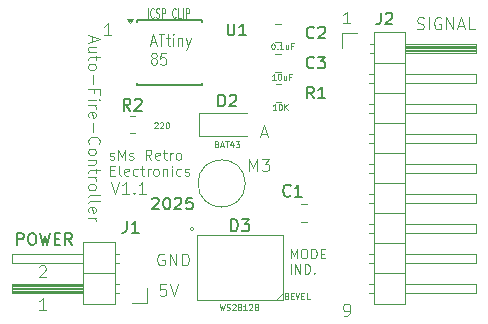
<source format=gbr>
%TF.GenerationSoftware,KiCad,Pcbnew,8.0.7*%
%TF.CreationDate,2025-01-21T12:25:00-05:00*%
%TF.ProjectId,TinyAFireController,54696e79-4146-4697-9265-436f6e74726f,rev?*%
%TF.SameCoordinates,Original*%
%TF.FileFunction,Legend,Top*%
%TF.FilePolarity,Positive*%
%FSLAX46Y46*%
G04 Gerber Fmt 4.6, Leading zero omitted, Abs format (unit mm)*
G04 Created by KiCad (PCBNEW 8.0.7) date 2025-01-21 12:25:00*
%MOMM*%
%LPD*%
G01*
G04 APERTURE LIST*
%ADD10C,0.100000*%
%ADD11C,0.200000*%
%ADD12C,0.150000*%
%ADD13C,0.120000*%
G04 APERTURE END LIST*
D10*
X142930000Y-109320000D02*
X142930000Y-114820000D01*
X150230000Y-109320000D02*
X150230000Y-113670000D01*
X142719706Y-108830000D02*
G75*
G02*
X142380294Y-108830000I-169706J0D01*
G01*
X142380294Y-108830000D02*
G75*
G02*
X142719706Y-108830000I169706J0D01*
G01*
X150210000Y-114245000D02*
X149650000Y-114835000D01*
X147040000Y-104985000D02*
G75*
G02*
X143040000Y-104985000I-2000000J0D01*
G01*
X143040000Y-104985000D02*
G75*
G02*
X147040000Y-104985000I2000000J0D01*
G01*
X135671027Y-104872419D02*
X136004360Y-105872419D01*
X136004360Y-105872419D02*
X136337693Y-104872419D01*
X137194836Y-105872419D02*
X136623408Y-105872419D01*
X136909122Y-105872419D02*
X136909122Y-104872419D01*
X136909122Y-104872419D02*
X136813884Y-105015276D01*
X136813884Y-105015276D02*
X136718646Y-105110514D01*
X136718646Y-105110514D02*
X136623408Y-105158133D01*
X137623408Y-105777180D02*
X137671027Y-105824800D01*
X137671027Y-105824800D02*
X137623408Y-105872419D01*
X137623408Y-105872419D02*
X137575789Y-105824800D01*
X137575789Y-105824800D02*
X137623408Y-105777180D01*
X137623408Y-105777180D02*
X137623408Y-105872419D01*
X138623407Y-105872419D02*
X138051979Y-105872419D01*
X138337693Y-105872419D02*
X138337693Y-104872419D01*
X138337693Y-104872419D02*
X138242455Y-105015276D01*
X138242455Y-105015276D02*
X138147217Y-105110514D01*
X138147217Y-105110514D02*
X138051979Y-105158133D01*
X149666741Y-98763609D02*
X149381027Y-98763609D01*
X149523884Y-98763609D02*
X149523884Y-98263609D01*
X149523884Y-98263609D02*
X149476265Y-98335038D01*
X149476265Y-98335038D02*
X149428646Y-98382657D01*
X149428646Y-98382657D02*
X149381027Y-98406466D01*
X149976264Y-98263609D02*
X150023883Y-98263609D01*
X150023883Y-98263609D02*
X150071502Y-98287419D01*
X150071502Y-98287419D02*
X150095312Y-98311228D01*
X150095312Y-98311228D02*
X150119121Y-98358847D01*
X150119121Y-98358847D02*
X150142931Y-98454085D01*
X150142931Y-98454085D02*
X150142931Y-98573133D01*
X150142931Y-98573133D02*
X150119121Y-98668371D01*
X150119121Y-98668371D02*
X150095312Y-98715990D01*
X150095312Y-98715990D02*
X150071502Y-98739800D01*
X150071502Y-98739800D02*
X150023883Y-98763609D01*
X150023883Y-98763609D02*
X149976264Y-98763609D01*
X149976264Y-98763609D02*
X149928645Y-98739800D01*
X149928645Y-98739800D02*
X149904836Y-98715990D01*
X149904836Y-98715990D02*
X149881026Y-98668371D01*
X149881026Y-98668371D02*
X149857217Y-98573133D01*
X149857217Y-98573133D02*
X149857217Y-98454085D01*
X149857217Y-98454085D02*
X149881026Y-98358847D01*
X149881026Y-98358847D02*
X149904836Y-98311228D01*
X149904836Y-98311228D02*
X149928645Y-98287419D01*
X149928645Y-98287419D02*
X149976264Y-98263609D01*
X150357216Y-98763609D02*
X150357216Y-98263609D01*
X150642930Y-98763609D02*
X150428645Y-98477895D01*
X150642930Y-98263609D02*
X150357216Y-98549323D01*
D11*
X139162054Y-106272457D02*
X139209673Y-106224838D01*
X139209673Y-106224838D02*
X139304911Y-106177219D01*
X139304911Y-106177219D02*
X139543006Y-106177219D01*
X139543006Y-106177219D02*
X139638244Y-106224838D01*
X139638244Y-106224838D02*
X139685863Y-106272457D01*
X139685863Y-106272457D02*
X139733482Y-106367695D01*
X139733482Y-106367695D02*
X139733482Y-106462933D01*
X139733482Y-106462933D02*
X139685863Y-106605790D01*
X139685863Y-106605790D02*
X139114435Y-107177219D01*
X139114435Y-107177219D02*
X139733482Y-107177219D01*
X140352530Y-106177219D02*
X140447768Y-106177219D01*
X140447768Y-106177219D02*
X140543006Y-106224838D01*
X140543006Y-106224838D02*
X140590625Y-106272457D01*
X140590625Y-106272457D02*
X140638244Y-106367695D01*
X140638244Y-106367695D02*
X140685863Y-106558171D01*
X140685863Y-106558171D02*
X140685863Y-106796266D01*
X140685863Y-106796266D02*
X140638244Y-106986742D01*
X140638244Y-106986742D02*
X140590625Y-107081980D01*
X140590625Y-107081980D02*
X140543006Y-107129600D01*
X140543006Y-107129600D02*
X140447768Y-107177219D01*
X140447768Y-107177219D02*
X140352530Y-107177219D01*
X140352530Y-107177219D02*
X140257292Y-107129600D01*
X140257292Y-107129600D02*
X140209673Y-107081980D01*
X140209673Y-107081980D02*
X140162054Y-106986742D01*
X140162054Y-106986742D02*
X140114435Y-106796266D01*
X140114435Y-106796266D02*
X140114435Y-106558171D01*
X140114435Y-106558171D02*
X140162054Y-106367695D01*
X140162054Y-106367695D02*
X140209673Y-106272457D01*
X140209673Y-106272457D02*
X140257292Y-106224838D01*
X140257292Y-106224838D02*
X140352530Y-106177219D01*
X141066816Y-106272457D02*
X141114435Y-106224838D01*
X141114435Y-106224838D02*
X141209673Y-106177219D01*
X141209673Y-106177219D02*
X141447768Y-106177219D01*
X141447768Y-106177219D02*
X141543006Y-106224838D01*
X141543006Y-106224838D02*
X141590625Y-106272457D01*
X141590625Y-106272457D02*
X141638244Y-106367695D01*
X141638244Y-106367695D02*
X141638244Y-106462933D01*
X141638244Y-106462933D02*
X141590625Y-106605790D01*
X141590625Y-106605790D02*
X141019197Y-107177219D01*
X141019197Y-107177219D02*
X141638244Y-107177219D01*
X142543006Y-106177219D02*
X142066816Y-106177219D01*
X142066816Y-106177219D02*
X142019197Y-106653409D01*
X142019197Y-106653409D02*
X142066816Y-106605790D01*
X142066816Y-106605790D02*
X142162054Y-106558171D01*
X142162054Y-106558171D02*
X142400149Y-106558171D01*
X142400149Y-106558171D02*
X142495387Y-106605790D01*
X142495387Y-106605790D02*
X142543006Y-106653409D01*
X142543006Y-106653409D02*
X142590625Y-106748647D01*
X142590625Y-106748647D02*
X142590625Y-106986742D01*
X142590625Y-106986742D02*
X142543006Y-107081980D01*
X142543006Y-107081980D02*
X142495387Y-107129600D01*
X142495387Y-107129600D02*
X142400149Y-107177219D01*
X142400149Y-107177219D02*
X142162054Y-107177219D01*
X142162054Y-107177219D02*
X142066816Y-107129600D01*
X142066816Y-107129600D02*
X142019197Y-107081980D01*
D10*
X140167693Y-110980038D02*
X140072455Y-110932419D01*
X140072455Y-110932419D02*
X139929598Y-110932419D01*
X139929598Y-110932419D02*
X139786741Y-110980038D01*
X139786741Y-110980038D02*
X139691503Y-111075276D01*
X139691503Y-111075276D02*
X139643884Y-111170514D01*
X139643884Y-111170514D02*
X139596265Y-111360990D01*
X139596265Y-111360990D02*
X139596265Y-111503847D01*
X139596265Y-111503847D02*
X139643884Y-111694323D01*
X139643884Y-111694323D02*
X139691503Y-111789561D01*
X139691503Y-111789561D02*
X139786741Y-111884800D01*
X139786741Y-111884800D02*
X139929598Y-111932419D01*
X139929598Y-111932419D02*
X140024836Y-111932419D01*
X140024836Y-111932419D02*
X140167693Y-111884800D01*
X140167693Y-111884800D02*
X140215312Y-111837180D01*
X140215312Y-111837180D02*
X140215312Y-111503847D01*
X140215312Y-111503847D02*
X140024836Y-111503847D01*
X140643884Y-111932419D02*
X140643884Y-110932419D01*
X140643884Y-110932419D02*
X141215312Y-111932419D01*
X141215312Y-111932419D02*
X141215312Y-110932419D01*
X141691503Y-111932419D02*
X141691503Y-110932419D01*
X141691503Y-110932419D02*
X141929598Y-110932419D01*
X141929598Y-110932419D02*
X142072455Y-110980038D01*
X142072455Y-110980038D02*
X142167693Y-111075276D01*
X142167693Y-111075276D02*
X142215312Y-111170514D01*
X142215312Y-111170514D02*
X142262931Y-111360990D01*
X142262931Y-111360990D02*
X142262931Y-111503847D01*
X142262931Y-111503847D02*
X142215312Y-111694323D01*
X142215312Y-111694323D02*
X142167693Y-111789561D01*
X142167693Y-111789561D02*
X142072455Y-111884800D01*
X142072455Y-111884800D02*
X141929598Y-111932419D01*
X141929598Y-111932419D02*
X141691503Y-111932419D01*
X138774836Y-90956895D02*
X138774836Y-90156895D01*
X139298645Y-90880704D02*
X139274836Y-90918800D01*
X139274836Y-90918800D02*
X139203407Y-90956895D01*
X139203407Y-90956895D02*
X139155788Y-90956895D01*
X139155788Y-90956895D02*
X139084360Y-90918800D01*
X139084360Y-90918800D02*
X139036741Y-90842609D01*
X139036741Y-90842609D02*
X139012931Y-90766419D01*
X139012931Y-90766419D02*
X138989122Y-90614038D01*
X138989122Y-90614038D02*
X138989122Y-90499752D01*
X138989122Y-90499752D02*
X139012931Y-90347371D01*
X139012931Y-90347371D02*
X139036741Y-90271180D01*
X139036741Y-90271180D02*
X139084360Y-90194990D01*
X139084360Y-90194990D02*
X139155788Y-90156895D01*
X139155788Y-90156895D02*
X139203407Y-90156895D01*
X139203407Y-90156895D02*
X139274836Y-90194990D01*
X139274836Y-90194990D02*
X139298645Y-90233085D01*
X139489122Y-90918800D02*
X139560550Y-90956895D01*
X139560550Y-90956895D02*
X139679598Y-90956895D01*
X139679598Y-90956895D02*
X139727217Y-90918800D01*
X139727217Y-90918800D02*
X139751026Y-90880704D01*
X139751026Y-90880704D02*
X139774836Y-90804514D01*
X139774836Y-90804514D02*
X139774836Y-90728323D01*
X139774836Y-90728323D02*
X139751026Y-90652133D01*
X139751026Y-90652133D02*
X139727217Y-90614038D01*
X139727217Y-90614038D02*
X139679598Y-90575942D01*
X139679598Y-90575942D02*
X139584360Y-90537847D01*
X139584360Y-90537847D02*
X139536741Y-90499752D01*
X139536741Y-90499752D02*
X139512931Y-90461657D01*
X139512931Y-90461657D02*
X139489122Y-90385466D01*
X139489122Y-90385466D02*
X139489122Y-90309276D01*
X139489122Y-90309276D02*
X139512931Y-90233085D01*
X139512931Y-90233085D02*
X139536741Y-90194990D01*
X139536741Y-90194990D02*
X139584360Y-90156895D01*
X139584360Y-90156895D02*
X139703407Y-90156895D01*
X139703407Y-90156895D02*
X139774836Y-90194990D01*
X139989121Y-90956895D02*
X139989121Y-90156895D01*
X139989121Y-90156895D02*
X140179597Y-90156895D01*
X140179597Y-90156895D02*
X140227216Y-90194990D01*
X140227216Y-90194990D02*
X140251026Y-90233085D01*
X140251026Y-90233085D02*
X140274835Y-90309276D01*
X140274835Y-90309276D02*
X140274835Y-90423561D01*
X140274835Y-90423561D02*
X140251026Y-90499752D01*
X140251026Y-90499752D02*
X140227216Y-90537847D01*
X140227216Y-90537847D02*
X140179597Y-90575942D01*
X140179597Y-90575942D02*
X139989121Y-90575942D01*
X141155787Y-90880704D02*
X141131978Y-90918800D01*
X141131978Y-90918800D02*
X141060549Y-90956895D01*
X141060549Y-90956895D02*
X141012930Y-90956895D01*
X141012930Y-90956895D02*
X140941502Y-90918800D01*
X140941502Y-90918800D02*
X140893883Y-90842609D01*
X140893883Y-90842609D02*
X140870073Y-90766419D01*
X140870073Y-90766419D02*
X140846264Y-90614038D01*
X140846264Y-90614038D02*
X140846264Y-90499752D01*
X140846264Y-90499752D02*
X140870073Y-90347371D01*
X140870073Y-90347371D02*
X140893883Y-90271180D01*
X140893883Y-90271180D02*
X140941502Y-90194990D01*
X140941502Y-90194990D02*
X141012930Y-90156895D01*
X141012930Y-90156895D02*
X141060549Y-90156895D01*
X141060549Y-90156895D02*
X141131978Y-90194990D01*
X141131978Y-90194990D02*
X141155787Y-90233085D01*
X141608168Y-90956895D02*
X141370073Y-90956895D01*
X141370073Y-90956895D02*
X141370073Y-90156895D01*
X141774835Y-90956895D02*
X141774835Y-90156895D01*
X142012930Y-90956895D02*
X142012930Y-90156895D01*
X142012930Y-90156895D02*
X142203406Y-90156895D01*
X142203406Y-90156895D02*
X142251025Y-90194990D01*
X142251025Y-90194990D02*
X142274835Y-90233085D01*
X142274835Y-90233085D02*
X142298644Y-90309276D01*
X142298644Y-90309276D02*
X142298644Y-90423561D01*
X142298644Y-90423561D02*
X142274835Y-90499752D01*
X142274835Y-90499752D02*
X142251025Y-90537847D01*
X142251025Y-90537847D02*
X142203406Y-90575942D01*
X142203406Y-90575942D02*
X142012930Y-90575942D01*
X148356265Y-100786704D02*
X148832455Y-100786704D01*
X148261027Y-101072419D02*
X148594360Y-100072419D01*
X148594360Y-100072419D02*
X148927693Y-101072419D01*
X155917693Y-91432419D02*
X155346265Y-91432419D01*
X155631979Y-91432419D02*
X155631979Y-90432419D01*
X155631979Y-90432419D02*
X155536741Y-90575276D01*
X155536741Y-90575276D02*
X155441503Y-90670514D01*
X155441503Y-90670514D02*
X155346265Y-90718133D01*
X140320074Y-113512419D02*
X139843884Y-113512419D01*
X139843884Y-113512419D02*
X139796265Y-113988609D01*
X139796265Y-113988609D02*
X139843884Y-113940990D01*
X139843884Y-113940990D02*
X139939122Y-113893371D01*
X139939122Y-113893371D02*
X140177217Y-113893371D01*
X140177217Y-113893371D02*
X140272455Y-113940990D01*
X140272455Y-113940990D02*
X140320074Y-113988609D01*
X140320074Y-113988609D02*
X140367693Y-114083847D01*
X140367693Y-114083847D02*
X140367693Y-114321942D01*
X140367693Y-114321942D02*
X140320074Y-114417180D01*
X140320074Y-114417180D02*
X140272455Y-114464800D01*
X140272455Y-114464800D02*
X140177217Y-114512419D01*
X140177217Y-114512419D02*
X139939122Y-114512419D01*
X139939122Y-114512419D02*
X139843884Y-114464800D01*
X139843884Y-114464800D02*
X139796265Y-114417180D01*
X140653408Y-113512419D02*
X140986741Y-114512419D01*
X140986741Y-114512419D02*
X141320074Y-113512419D01*
X144867217Y-115203609D02*
X144986265Y-115703609D01*
X144986265Y-115703609D02*
X145081503Y-115346466D01*
X145081503Y-115346466D02*
X145176741Y-115703609D01*
X145176741Y-115703609D02*
X145295789Y-115203609D01*
X145462456Y-115679800D02*
X145533884Y-115703609D01*
X145533884Y-115703609D02*
X145652932Y-115703609D01*
X145652932Y-115703609D02*
X145700551Y-115679800D01*
X145700551Y-115679800D02*
X145724360Y-115655990D01*
X145724360Y-115655990D02*
X145748170Y-115608371D01*
X145748170Y-115608371D02*
X145748170Y-115560752D01*
X145748170Y-115560752D02*
X145724360Y-115513133D01*
X145724360Y-115513133D02*
X145700551Y-115489323D01*
X145700551Y-115489323D02*
X145652932Y-115465514D01*
X145652932Y-115465514D02*
X145557694Y-115441704D01*
X145557694Y-115441704D02*
X145510075Y-115417895D01*
X145510075Y-115417895D02*
X145486265Y-115394085D01*
X145486265Y-115394085D02*
X145462456Y-115346466D01*
X145462456Y-115346466D02*
X145462456Y-115298847D01*
X145462456Y-115298847D02*
X145486265Y-115251228D01*
X145486265Y-115251228D02*
X145510075Y-115227419D01*
X145510075Y-115227419D02*
X145557694Y-115203609D01*
X145557694Y-115203609D02*
X145676741Y-115203609D01*
X145676741Y-115203609D02*
X145748170Y-115227419D01*
X145938646Y-115251228D02*
X145962455Y-115227419D01*
X145962455Y-115227419D02*
X146010074Y-115203609D01*
X146010074Y-115203609D02*
X146129122Y-115203609D01*
X146129122Y-115203609D02*
X146176741Y-115227419D01*
X146176741Y-115227419D02*
X146200550Y-115251228D01*
X146200550Y-115251228D02*
X146224360Y-115298847D01*
X146224360Y-115298847D02*
X146224360Y-115346466D01*
X146224360Y-115346466D02*
X146200550Y-115417895D01*
X146200550Y-115417895D02*
X145914836Y-115703609D01*
X145914836Y-115703609D02*
X146224360Y-115703609D01*
X146510074Y-115417895D02*
X146462455Y-115394085D01*
X146462455Y-115394085D02*
X146438645Y-115370276D01*
X146438645Y-115370276D02*
X146414836Y-115322657D01*
X146414836Y-115322657D02*
X146414836Y-115298847D01*
X146414836Y-115298847D02*
X146438645Y-115251228D01*
X146438645Y-115251228D02*
X146462455Y-115227419D01*
X146462455Y-115227419D02*
X146510074Y-115203609D01*
X146510074Y-115203609D02*
X146605312Y-115203609D01*
X146605312Y-115203609D02*
X146652931Y-115227419D01*
X146652931Y-115227419D02*
X146676740Y-115251228D01*
X146676740Y-115251228D02*
X146700550Y-115298847D01*
X146700550Y-115298847D02*
X146700550Y-115322657D01*
X146700550Y-115322657D02*
X146676740Y-115370276D01*
X146676740Y-115370276D02*
X146652931Y-115394085D01*
X146652931Y-115394085D02*
X146605312Y-115417895D01*
X146605312Y-115417895D02*
X146510074Y-115417895D01*
X146510074Y-115417895D02*
X146462455Y-115441704D01*
X146462455Y-115441704D02*
X146438645Y-115465514D01*
X146438645Y-115465514D02*
X146414836Y-115513133D01*
X146414836Y-115513133D02*
X146414836Y-115608371D01*
X146414836Y-115608371D02*
X146438645Y-115655990D01*
X146438645Y-115655990D02*
X146462455Y-115679800D01*
X146462455Y-115679800D02*
X146510074Y-115703609D01*
X146510074Y-115703609D02*
X146605312Y-115703609D01*
X146605312Y-115703609D02*
X146652931Y-115679800D01*
X146652931Y-115679800D02*
X146676740Y-115655990D01*
X146676740Y-115655990D02*
X146700550Y-115608371D01*
X146700550Y-115608371D02*
X146700550Y-115513133D01*
X146700550Y-115513133D02*
X146676740Y-115465514D01*
X146676740Y-115465514D02*
X146652931Y-115441704D01*
X146652931Y-115441704D02*
X146605312Y-115417895D01*
X147176740Y-115703609D02*
X146891026Y-115703609D01*
X147033883Y-115703609D02*
X147033883Y-115203609D01*
X147033883Y-115203609D02*
X146986264Y-115275038D01*
X146986264Y-115275038D02*
X146938645Y-115322657D01*
X146938645Y-115322657D02*
X146891026Y-115346466D01*
X147367216Y-115251228D02*
X147391025Y-115227419D01*
X147391025Y-115227419D02*
X147438644Y-115203609D01*
X147438644Y-115203609D02*
X147557692Y-115203609D01*
X147557692Y-115203609D02*
X147605311Y-115227419D01*
X147605311Y-115227419D02*
X147629120Y-115251228D01*
X147629120Y-115251228D02*
X147652930Y-115298847D01*
X147652930Y-115298847D02*
X147652930Y-115346466D01*
X147652930Y-115346466D02*
X147629120Y-115417895D01*
X147629120Y-115417895D02*
X147343406Y-115703609D01*
X147343406Y-115703609D02*
X147652930Y-115703609D01*
X148033882Y-115441704D02*
X148105310Y-115465514D01*
X148105310Y-115465514D02*
X148129120Y-115489323D01*
X148129120Y-115489323D02*
X148152929Y-115536942D01*
X148152929Y-115536942D02*
X148152929Y-115608371D01*
X148152929Y-115608371D02*
X148129120Y-115655990D01*
X148129120Y-115655990D02*
X148105310Y-115679800D01*
X148105310Y-115679800D02*
X148057691Y-115703609D01*
X148057691Y-115703609D02*
X147867215Y-115703609D01*
X147867215Y-115703609D02*
X147867215Y-115203609D01*
X147867215Y-115203609D02*
X148033882Y-115203609D01*
X148033882Y-115203609D02*
X148081501Y-115227419D01*
X148081501Y-115227419D02*
X148105310Y-115251228D01*
X148105310Y-115251228D02*
X148129120Y-115298847D01*
X148129120Y-115298847D02*
X148129120Y-115346466D01*
X148129120Y-115346466D02*
X148105310Y-115394085D01*
X148105310Y-115394085D02*
X148081501Y-115417895D01*
X148081501Y-115417895D02*
X148033882Y-115441704D01*
X148033882Y-115441704D02*
X147867215Y-115441704D01*
X147393884Y-103932419D02*
X147393884Y-102932419D01*
X147393884Y-102932419D02*
X147727217Y-103646704D01*
X147727217Y-103646704D02*
X148060550Y-102932419D01*
X148060550Y-102932419D02*
X148060550Y-103932419D01*
X148441503Y-102932419D02*
X149060550Y-102932419D01*
X149060550Y-102932419D02*
X148727217Y-103313371D01*
X148727217Y-103313371D02*
X148870074Y-103313371D01*
X148870074Y-103313371D02*
X148965312Y-103360990D01*
X148965312Y-103360990D02*
X149012931Y-103408609D01*
X149012931Y-103408609D02*
X149060550Y-103503847D01*
X149060550Y-103503847D02*
X149060550Y-103741942D01*
X149060550Y-103741942D02*
X149012931Y-103837180D01*
X149012931Y-103837180D02*
X148965312Y-103884800D01*
X148965312Y-103884800D02*
X148870074Y-103932419D01*
X148870074Y-103932419D02*
X148584360Y-103932419D01*
X148584360Y-103932419D02*
X148489122Y-103884800D01*
X148489122Y-103884800D02*
X148441503Y-103837180D01*
X149370074Y-93123609D02*
X149417693Y-93123609D01*
X149417693Y-93123609D02*
X149465312Y-93147419D01*
X149465312Y-93147419D02*
X149489122Y-93171228D01*
X149489122Y-93171228D02*
X149512931Y-93218847D01*
X149512931Y-93218847D02*
X149536741Y-93314085D01*
X149536741Y-93314085D02*
X149536741Y-93433133D01*
X149536741Y-93433133D02*
X149512931Y-93528371D01*
X149512931Y-93528371D02*
X149489122Y-93575990D01*
X149489122Y-93575990D02*
X149465312Y-93599800D01*
X149465312Y-93599800D02*
X149417693Y-93623609D01*
X149417693Y-93623609D02*
X149370074Y-93623609D01*
X149370074Y-93623609D02*
X149322455Y-93599800D01*
X149322455Y-93599800D02*
X149298646Y-93575990D01*
X149298646Y-93575990D02*
X149274836Y-93528371D01*
X149274836Y-93528371D02*
X149251027Y-93433133D01*
X149251027Y-93433133D02*
X149251027Y-93314085D01*
X149251027Y-93314085D02*
X149274836Y-93218847D01*
X149274836Y-93218847D02*
X149298646Y-93171228D01*
X149298646Y-93171228D02*
X149322455Y-93147419D01*
X149322455Y-93147419D02*
X149370074Y-93123609D01*
X149751026Y-93575990D02*
X149774836Y-93599800D01*
X149774836Y-93599800D02*
X149751026Y-93623609D01*
X149751026Y-93623609D02*
X149727217Y-93599800D01*
X149727217Y-93599800D02*
X149751026Y-93575990D01*
X149751026Y-93575990D02*
X149751026Y-93623609D01*
X150251026Y-93623609D02*
X149965312Y-93623609D01*
X150108169Y-93623609D02*
X150108169Y-93123609D01*
X150108169Y-93123609D02*
X150060550Y-93195038D01*
X150060550Y-93195038D02*
X150012931Y-93242657D01*
X150012931Y-93242657D02*
X149965312Y-93266466D01*
X150679597Y-93290276D02*
X150679597Y-93623609D01*
X150465311Y-93290276D02*
X150465311Y-93552180D01*
X150465311Y-93552180D02*
X150489121Y-93599800D01*
X150489121Y-93599800D02*
X150536740Y-93623609D01*
X150536740Y-93623609D02*
X150608168Y-93623609D01*
X150608168Y-93623609D02*
X150655787Y-93599800D01*
X150655787Y-93599800D02*
X150679597Y-93575990D01*
X151084359Y-93361704D02*
X150917692Y-93361704D01*
X150917692Y-93623609D02*
X150917692Y-93123609D01*
X150917692Y-93123609D02*
X151155787Y-93123609D01*
X150876265Y-111338940D02*
X150876265Y-110538940D01*
X150876265Y-110538940D02*
X151142931Y-111110368D01*
X151142931Y-111110368D02*
X151409598Y-110538940D01*
X151409598Y-110538940D02*
X151409598Y-111338940D01*
X151942932Y-110538940D02*
X152095313Y-110538940D01*
X152095313Y-110538940D02*
X152171503Y-110577035D01*
X152171503Y-110577035D02*
X152247694Y-110653225D01*
X152247694Y-110653225D02*
X152285789Y-110805606D01*
X152285789Y-110805606D02*
X152285789Y-111072273D01*
X152285789Y-111072273D02*
X152247694Y-111224654D01*
X152247694Y-111224654D02*
X152171503Y-111300845D01*
X152171503Y-111300845D02*
X152095313Y-111338940D01*
X152095313Y-111338940D02*
X151942932Y-111338940D01*
X151942932Y-111338940D02*
X151866741Y-111300845D01*
X151866741Y-111300845D02*
X151790551Y-111224654D01*
X151790551Y-111224654D02*
X151752455Y-111072273D01*
X151752455Y-111072273D02*
X151752455Y-110805606D01*
X151752455Y-110805606D02*
X151790551Y-110653225D01*
X151790551Y-110653225D02*
X151866741Y-110577035D01*
X151866741Y-110577035D02*
X151942932Y-110538940D01*
X152628646Y-111338940D02*
X152628646Y-110538940D01*
X152628646Y-110538940D02*
X152819122Y-110538940D01*
X152819122Y-110538940D02*
X152933408Y-110577035D01*
X152933408Y-110577035D02*
X153009598Y-110653225D01*
X153009598Y-110653225D02*
X153047693Y-110729416D01*
X153047693Y-110729416D02*
X153085789Y-110881797D01*
X153085789Y-110881797D02*
X153085789Y-110996083D01*
X153085789Y-110996083D02*
X153047693Y-111148464D01*
X153047693Y-111148464D02*
X153009598Y-111224654D01*
X153009598Y-111224654D02*
X152933408Y-111300845D01*
X152933408Y-111300845D02*
X152819122Y-111338940D01*
X152819122Y-111338940D02*
X152628646Y-111338940D01*
X153428646Y-110919892D02*
X153695312Y-110919892D01*
X153809598Y-111338940D02*
X153428646Y-111338940D01*
X153428646Y-111338940D02*
X153428646Y-110538940D01*
X153428646Y-110538940D02*
X153809598Y-110538940D01*
X150876265Y-112626895D02*
X150876265Y-111826895D01*
X151257217Y-112626895D02*
X151257217Y-111826895D01*
X151257217Y-111826895D02*
X151714360Y-112626895D01*
X151714360Y-112626895D02*
X151714360Y-111826895D01*
X152095312Y-112626895D02*
X152095312Y-111826895D01*
X152095312Y-111826895D02*
X152285788Y-111826895D01*
X152285788Y-111826895D02*
X152400074Y-111864990D01*
X152400074Y-111864990D02*
X152476264Y-111941180D01*
X152476264Y-111941180D02*
X152514359Y-112017371D01*
X152514359Y-112017371D02*
X152552455Y-112169752D01*
X152552455Y-112169752D02*
X152552455Y-112284038D01*
X152552455Y-112284038D02*
X152514359Y-112436419D01*
X152514359Y-112436419D02*
X152476264Y-112512609D01*
X152476264Y-112512609D02*
X152400074Y-112588800D01*
X152400074Y-112588800D02*
X152285788Y-112626895D01*
X152285788Y-112626895D02*
X152095312Y-112626895D01*
X152895312Y-112550704D02*
X152933407Y-112588800D01*
X152933407Y-112588800D02*
X152895312Y-112626895D01*
X152895312Y-112626895D02*
X152857216Y-112588800D01*
X152857216Y-112588800D02*
X152895312Y-112550704D01*
X152895312Y-112550704D02*
X152895312Y-112626895D01*
X139065446Y-93036760D02*
X139464589Y-93036760D01*
X138985617Y-93322475D02*
X139265017Y-92322475D01*
X139265017Y-92322475D02*
X139544417Y-93322475D01*
X139704074Y-92322475D02*
X140183046Y-92322475D01*
X139943560Y-93322475D02*
X139943560Y-92322475D01*
X140342703Y-92655808D02*
X140662017Y-92655808D01*
X140462446Y-92322475D02*
X140462446Y-93179617D01*
X140462446Y-93179617D02*
X140502360Y-93274856D01*
X140502360Y-93274856D02*
X140582189Y-93322475D01*
X140582189Y-93322475D02*
X140662017Y-93322475D01*
X140941417Y-93322475D02*
X140941417Y-92655808D01*
X140941417Y-92322475D02*
X140901503Y-92370094D01*
X140901503Y-92370094D02*
X140941417Y-92417713D01*
X140941417Y-92417713D02*
X140981331Y-92370094D01*
X140981331Y-92370094D02*
X140941417Y-92322475D01*
X140941417Y-92322475D02*
X140941417Y-92417713D01*
X141340560Y-92655808D02*
X141340560Y-93322475D01*
X141340560Y-92751046D02*
X141380474Y-92703427D01*
X141380474Y-92703427D02*
X141460303Y-92655808D01*
X141460303Y-92655808D02*
X141580046Y-92655808D01*
X141580046Y-92655808D02*
X141659874Y-92703427D01*
X141659874Y-92703427D02*
X141699789Y-92798665D01*
X141699789Y-92798665D02*
X141699789Y-93322475D01*
X142019102Y-92655808D02*
X142218674Y-93322475D01*
X142418245Y-92655808D02*
X142218674Y-93322475D01*
X142218674Y-93322475D02*
X142138845Y-93560570D01*
X142138845Y-93560570D02*
X142098931Y-93608189D01*
X142098931Y-93608189D02*
X142019102Y-93655808D01*
X139225103Y-94360990D02*
X139145274Y-94313371D01*
X139145274Y-94313371D02*
X139105360Y-94265752D01*
X139105360Y-94265752D02*
X139065446Y-94170514D01*
X139065446Y-94170514D02*
X139065446Y-94122895D01*
X139065446Y-94122895D02*
X139105360Y-94027657D01*
X139105360Y-94027657D02*
X139145274Y-93980038D01*
X139145274Y-93980038D02*
X139225103Y-93932419D01*
X139225103Y-93932419D02*
X139384760Y-93932419D01*
X139384760Y-93932419D02*
X139464589Y-93980038D01*
X139464589Y-93980038D02*
X139504503Y-94027657D01*
X139504503Y-94027657D02*
X139544417Y-94122895D01*
X139544417Y-94122895D02*
X139544417Y-94170514D01*
X139544417Y-94170514D02*
X139504503Y-94265752D01*
X139504503Y-94265752D02*
X139464589Y-94313371D01*
X139464589Y-94313371D02*
X139384760Y-94360990D01*
X139384760Y-94360990D02*
X139225103Y-94360990D01*
X139225103Y-94360990D02*
X139145274Y-94408609D01*
X139145274Y-94408609D02*
X139105360Y-94456228D01*
X139105360Y-94456228D02*
X139065446Y-94551466D01*
X139065446Y-94551466D02*
X139065446Y-94741942D01*
X139065446Y-94741942D02*
X139105360Y-94837180D01*
X139105360Y-94837180D02*
X139145274Y-94884800D01*
X139145274Y-94884800D02*
X139225103Y-94932419D01*
X139225103Y-94932419D02*
X139384760Y-94932419D01*
X139384760Y-94932419D02*
X139464589Y-94884800D01*
X139464589Y-94884800D02*
X139504503Y-94837180D01*
X139504503Y-94837180D02*
X139544417Y-94741942D01*
X139544417Y-94741942D02*
X139544417Y-94551466D01*
X139544417Y-94551466D02*
X139504503Y-94456228D01*
X139504503Y-94456228D02*
X139464589Y-94408609D01*
X139464589Y-94408609D02*
X139384760Y-94360990D01*
X140302789Y-93932419D02*
X139903646Y-93932419D01*
X139903646Y-93932419D02*
X139863732Y-94408609D01*
X139863732Y-94408609D02*
X139903646Y-94360990D01*
X139903646Y-94360990D02*
X139983475Y-94313371D01*
X139983475Y-94313371D02*
X140183046Y-94313371D01*
X140183046Y-94313371D02*
X140262875Y-94360990D01*
X140262875Y-94360990D02*
X140302789Y-94408609D01*
X140302789Y-94408609D02*
X140342703Y-94503847D01*
X140342703Y-94503847D02*
X140342703Y-94741942D01*
X140342703Y-94741942D02*
X140302789Y-94837180D01*
X140302789Y-94837180D02*
X140262875Y-94884800D01*
X140262875Y-94884800D02*
X140183046Y-94932419D01*
X140183046Y-94932419D02*
X139983475Y-94932419D01*
X139983475Y-94932419D02*
X139903646Y-94884800D01*
X139903646Y-94884800D02*
X139863732Y-94837180D01*
X135577693Y-102921849D02*
X135658646Y-102962325D01*
X135658646Y-102962325D02*
X135820550Y-102962325D01*
X135820550Y-102962325D02*
X135901503Y-102921849D01*
X135901503Y-102921849D02*
X135941979Y-102840896D01*
X135941979Y-102840896D02*
X135941979Y-102800420D01*
X135941979Y-102800420D02*
X135901503Y-102719468D01*
X135901503Y-102719468D02*
X135820550Y-102678991D01*
X135820550Y-102678991D02*
X135699122Y-102678991D01*
X135699122Y-102678991D02*
X135618169Y-102638515D01*
X135618169Y-102638515D02*
X135577693Y-102557563D01*
X135577693Y-102557563D02*
X135577693Y-102517087D01*
X135577693Y-102517087D02*
X135618169Y-102436134D01*
X135618169Y-102436134D02*
X135699122Y-102395658D01*
X135699122Y-102395658D02*
X135820550Y-102395658D01*
X135820550Y-102395658D02*
X135901503Y-102436134D01*
X136306264Y-102962325D02*
X136306264Y-102112325D01*
X136306264Y-102112325D02*
X136589598Y-102719468D01*
X136589598Y-102719468D02*
X136872931Y-102112325D01*
X136872931Y-102112325D02*
X136872931Y-102962325D01*
X137237217Y-102921849D02*
X137318170Y-102962325D01*
X137318170Y-102962325D02*
X137480074Y-102962325D01*
X137480074Y-102962325D02*
X137561027Y-102921849D01*
X137561027Y-102921849D02*
X137601503Y-102840896D01*
X137601503Y-102840896D02*
X137601503Y-102800420D01*
X137601503Y-102800420D02*
X137561027Y-102719468D01*
X137561027Y-102719468D02*
X137480074Y-102678991D01*
X137480074Y-102678991D02*
X137358646Y-102678991D01*
X137358646Y-102678991D02*
X137277693Y-102638515D01*
X137277693Y-102638515D02*
X137237217Y-102557563D01*
X137237217Y-102557563D02*
X137237217Y-102517087D01*
X137237217Y-102517087D02*
X137277693Y-102436134D01*
X137277693Y-102436134D02*
X137358646Y-102395658D01*
X137358646Y-102395658D02*
X137480074Y-102395658D01*
X137480074Y-102395658D02*
X137561027Y-102436134D01*
X139099122Y-102962325D02*
X138815788Y-102557563D01*
X138613407Y-102962325D02*
X138613407Y-102112325D01*
X138613407Y-102112325D02*
X138937217Y-102112325D01*
X138937217Y-102112325D02*
X139018169Y-102152801D01*
X139018169Y-102152801D02*
X139058646Y-102193277D01*
X139058646Y-102193277D02*
X139099122Y-102274229D01*
X139099122Y-102274229D02*
X139099122Y-102395658D01*
X139099122Y-102395658D02*
X139058646Y-102476610D01*
X139058646Y-102476610D02*
X139018169Y-102517087D01*
X139018169Y-102517087D02*
X138937217Y-102557563D01*
X138937217Y-102557563D02*
X138613407Y-102557563D01*
X139787217Y-102921849D02*
X139706265Y-102962325D01*
X139706265Y-102962325D02*
X139544360Y-102962325D01*
X139544360Y-102962325D02*
X139463407Y-102921849D01*
X139463407Y-102921849D02*
X139422931Y-102840896D01*
X139422931Y-102840896D02*
X139422931Y-102517087D01*
X139422931Y-102517087D02*
X139463407Y-102436134D01*
X139463407Y-102436134D02*
X139544360Y-102395658D01*
X139544360Y-102395658D02*
X139706265Y-102395658D01*
X139706265Y-102395658D02*
X139787217Y-102436134D01*
X139787217Y-102436134D02*
X139827693Y-102517087D01*
X139827693Y-102517087D02*
X139827693Y-102598039D01*
X139827693Y-102598039D02*
X139422931Y-102678991D01*
X140070550Y-102395658D02*
X140394359Y-102395658D01*
X140191978Y-102112325D02*
X140191978Y-102840896D01*
X140191978Y-102840896D02*
X140232455Y-102921849D01*
X140232455Y-102921849D02*
X140313407Y-102962325D01*
X140313407Y-102962325D02*
X140394359Y-102962325D01*
X140677692Y-102962325D02*
X140677692Y-102395658D01*
X140677692Y-102557563D02*
X140718169Y-102476610D01*
X140718169Y-102476610D02*
X140758645Y-102436134D01*
X140758645Y-102436134D02*
X140839597Y-102395658D01*
X140839597Y-102395658D02*
X140920550Y-102395658D01*
X141325311Y-102962325D02*
X141244359Y-102921849D01*
X141244359Y-102921849D02*
X141203882Y-102881372D01*
X141203882Y-102881372D02*
X141163406Y-102800420D01*
X141163406Y-102800420D02*
X141163406Y-102557563D01*
X141163406Y-102557563D02*
X141203882Y-102476610D01*
X141203882Y-102476610D02*
X141244359Y-102436134D01*
X141244359Y-102436134D02*
X141325311Y-102395658D01*
X141325311Y-102395658D02*
X141446740Y-102395658D01*
X141446740Y-102395658D02*
X141527692Y-102436134D01*
X141527692Y-102436134D02*
X141568168Y-102476610D01*
X141568168Y-102476610D02*
X141608644Y-102557563D01*
X141608644Y-102557563D02*
X141608644Y-102800420D01*
X141608644Y-102800420D02*
X141568168Y-102881372D01*
X141568168Y-102881372D02*
X141527692Y-102921849D01*
X141527692Y-102921849D02*
X141446740Y-102962325D01*
X141446740Y-102962325D02*
X141325311Y-102962325D01*
X135618169Y-103885539D02*
X135901503Y-103885539D01*
X136022931Y-104330777D02*
X135618169Y-104330777D01*
X135618169Y-104330777D02*
X135618169Y-103480777D01*
X135618169Y-103480777D02*
X136022931Y-103480777D01*
X136508646Y-104330777D02*
X136427694Y-104290301D01*
X136427694Y-104290301D02*
X136387217Y-104209348D01*
X136387217Y-104209348D02*
X136387217Y-103480777D01*
X137156265Y-104290301D02*
X137075313Y-104330777D01*
X137075313Y-104330777D02*
X136913408Y-104330777D01*
X136913408Y-104330777D02*
X136832455Y-104290301D01*
X136832455Y-104290301D02*
X136791979Y-104209348D01*
X136791979Y-104209348D02*
X136791979Y-103885539D01*
X136791979Y-103885539D02*
X136832455Y-103804586D01*
X136832455Y-103804586D02*
X136913408Y-103764110D01*
X136913408Y-103764110D02*
X137075313Y-103764110D01*
X137075313Y-103764110D02*
X137156265Y-103804586D01*
X137156265Y-103804586D02*
X137196741Y-103885539D01*
X137196741Y-103885539D02*
X137196741Y-103966491D01*
X137196741Y-103966491D02*
X136791979Y-104047443D01*
X137925312Y-104290301D02*
X137844360Y-104330777D01*
X137844360Y-104330777D02*
X137682455Y-104330777D01*
X137682455Y-104330777D02*
X137601503Y-104290301D01*
X137601503Y-104290301D02*
X137561026Y-104249824D01*
X137561026Y-104249824D02*
X137520550Y-104168872D01*
X137520550Y-104168872D02*
X137520550Y-103926015D01*
X137520550Y-103926015D02*
X137561026Y-103845062D01*
X137561026Y-103845062D02*
X137601503Y-103804586D01*
X137601503Y-103804586D02*
X137682455Y-103764110D01*
X137682455Y-103764110D02*
X137844360Y-103764110D01*
X137844360Y-103764110D02*
X137925312Y-103804586D01*
X138168169Y-103764110D02*
X138491978Y-103764110D01*
X138289597Y-103480777D02*
X138289597Y-104209348D01*
X138289597Y-104209348D02*
X138330074Y-104290301D01*
X138330074Y-104290301D02*
X138411026Y-104330777D01*
X138411026Y-104330777D02*
X138491978Y-104330777D01*
X138775311Y-104330777D02*
X138775311Y-103764110D01*
X138775311Y-103926015D02*
X138815788Y-103845062D01*
X138815788Y-103845062D02*
X138856264Y-103804586D01*
X138856264Y-103804586D02*
X138937216Y-103764110D01*
X138937216Y-103764110D02*
X139018169Y-103764110D01*
X139422930Y-104330777D02*
X139341978Y-104290301D01*
X139341978Y-104290301D02*
X139301501Y-104249824D01*
X139301501Y-104249824D02*
X139261025Y-104168872D01*
X139261025Y-104168872D02*
X139261025Y-103926015D01*
X139261025Y-103926015D02*
X139301501Y-103845062D01*
X139301501Y-103845062D02*
X139341978Y-103804586D01*
X139341978Y-103804586D02*
X139422930Y-103764110D01*
X139422930Y-103764110D02*
X139544359Y-103764110D01*
X139544359Y-103764110D02*
X139625311Y-103804586D01*
X139625311Y-103804586D02*
X139665787Y-103845062D01*
X139665787Y-103845062D02*
X139706263Y-103926015D01*
X139706263Y-103926015D02*
X139706263Y-104168872D01*
X139706263Y-104168872D02*
X139665787Y-104249824D01*
X139665787Y-104249824D02*
X139625311Y-104290301D01*
X139625311Y-104290301D02*
X139544359Y-104330777D01*
X139544359Y-104330777D02*
X139422930Y-104330777D01*
X140070549Y-103764110D02*
X140070549Y-104330777D01*
X140070549Y-103845062D02*
X140111026Y-103804586D01*
X140111026Y-103804586D02*
X140191978Y-103764110D01*
X140191978Y-103764110D02*
X140313407Y-103764110D01*
X140313407Y-103764110D02*
X140394359Y-103804586D01*
X140394359Y-103804586D02*
X140434835Y-103885539D01*
X140434835Y-103885539D02*
X140434835Y-104330777D01*
X140839597Y-104330777D02*
X140839597Y-103764110D01*
X140839597Y-103480777D02*
X140799121Y-103521253D01*
X140799121Y-103521253D02*
X140839597Y-103561729D01*
X140839597Y-103561729D02*
X140880074Y-103521253D01*
X140880074Y-103521253D02*
X140839597Y-103480777D01*
X140839597Y-103480777D02*
X140839597Y-103561729D01*
X141608645Y-104290301D02*
X141527693Y-104330777D01*
X141527693Y-104330777D02*
X141365788Y-104330777D01*
X141365788Y-104330777D02*
X141284836Y-104290301D01*
X141284836Y-104290301D02*
X141244359Y-104249824D01*
X141244359Y-104249824D02*
X141203883Y-104168872D01*
X141203883Y-104168872D02*
X141203883Y-103926015D01*
X141203883Y-103926015D02*
X141244359Y-103845062D01*
X141244359Y-103845062D02*
X141284836Y-103804586D01*
X141284836Y-103804586D02*
X141365788Y-103764110D01*
X141365788Y-103764110D02*
X141527693Y-103764110D01*
X141527693Y-103764110D02*
X141608645Y-103804586D01*
X141932454Y-104290301D02*
X142013407Y-104330777D01*
X142013407Y-104330777D02*
X142175311Y-104330777D01*
X142175311Y-104330777D02*
X142256264Y-104290301D01*
X142256264Y-104290301D02*
X142296740Y-104209348D01*
X142296740Y-104209348D02*
X142296740Y-104168872D01*
X142296740Y-104168872D02*
X142256264Y-104087920D01*
X142256264Y-104087920D02*
X142175311Y-104047443D01*
X142175311Y-104047443D02*
X142053883Y-104047443D01*
X142053883Y-104047443D02*
X141972930Y-104006967D01*
X141972930Y-104006967D02*
X141932454Y-103926015D01*
X141932454Y-103926015D02*
X141932454Y-103885539D01*
X141932454Y-103885539D02*
X141972930Y-103804586D01*
X141972930Y-103804586D02*
X142053883Y-103764110D01*
X142053883Y-103764110D02*
X142175311Y-103764110D01*
X142175311Y-103764110D02*
X142256264Y-103804586D01*
X139341027Y-99861228D02*
X139364836Y-99837419D01*
X139364836Y-99837419D02*
X139412455Y-99813609D01*
X139412455Y-99813609D02*
X139531503Y-99813609D01*
X139531503Y-99813609D02*
X139579122Y-99837419D01*
X139579122Y-99837419D02*
X139602931Y-99861228D01*
X139602931Y-99861228D02*
X139626741Y-99908847D01*
X139626741Y-99908847D02*
X139626741Y-99956466D01*
X139626741Y-99956466D02*
X139602931Y-100027895D01*
X139602931Y-100027895D02*
X139317217Y-100313609D01*
X139317217Y-100313609D02*
X139626741Y-100313609D01*
X139817217Y-99861228D02*
X139841026Y-99837419D01*
X139841026Y-99837419D02*
X139888645Y-99813609D01*
X139888645Y-99813609D02*
X140007693Y-99813609D01*
X140007693Y-99813609D02*
X140055312Y-99837419D01*
X140055312Y-99837419D02*
X140079121Y-99861228D01*
X140079121Y-99861228D02*
X140102931Y-99908847D01*
X140102931Y-99908847D02*
X140102931Y-99956466D01*
X140102931Y-99956466D02*
X140079121Y-100027895D01*
X140079121Y-100027895D02*
X139793407Y-100313609D01*
X139793407Y-100313609D02*
X140102931Y-100313609D01*
X140412454Y-99813609D02*
X140460073Y-99813609D01*
X140460073Y-99813609D02*
X140507692Y-99837419D01*
X140507692Y-99837419D02*
X140531502Y-99861228D01*
X140531502Y-99861228D02*
X140555311Y-99908847D01*
X140555311Y-99908847D02*
X140579121Y-100004085D01*
X140579121Y-100004085D02*
X140579121Y-100123133D01*
X140579121Y-100123133D02*
X140555311Y-100218371D01*
X140555311Y-100218371D02*
X140531502Y-100265990D01*
X140531502Y-100265990D02*
X140507692Y-100289800D01*
X140507692Y-100289800D02*
X140460073Y-100313609D01*
X140460073Y-100313609D02*
X140412454Y-100313609D01*
X140412454Y-100313609D02*
X140364835Y-100289800D01*
X140364835Y-100289800D02*
X140341026Y-100265990D01*
X140341026Y-100265990D02*
X140317216Y-100218371D01*
X140317216Y-100218371D02*
X140293407Y-100123133D01*
X140293407Y-100123133D02*
X140293407Y-100004085D01*
X140293407Y-100004085D02*
X140317216Y-99908847D01*
X140317216Y-99908847D02*
X140341026Y-99861228D01*
X140341026Y-99861228D02*
X140364835Y-99837419D01*
X140364835Y-99837419D02*
X140412454Y-99813609D01*
X134023295Y-92506265D02*
X134023295Y-92982455D01*
X133737580Y-92411027D02*
X134737580Y-92744360D01*
X134737580Y-92744360D02*
X133737580Y-93077693D01*
X134404247Y-93839598D02*
X133737580Y-93839598D01*
X134404247Y-93411027D02*
X133880438Y-93411027D01*
X133880438Y-93411027D02*
X133785200Y-93458646D01*
X133785200Y-93458646D02*
X133737580Y-93553884D01*
X133737580Y-93553884D02*
X133737580Y-93696741D01*
X133737580Y-93696741D02*
X133785200Y-93791979D01*
X133785200Y-93791979D02*
X133832819Y-93839598D01*
X134404247Y-94172932D02*
X134404247Y-94553884D01*
X134737580Y-94315789D02*
X133880438Y-94315789D01*
X133880438Y-94315789D02*
X133785200Y-94363408D01*
X133785200Y-94363408D02*
X133737580Y-94458646D01*
X133737580Y-94458646D02*
X133737580Y-94553884D01*
X133737580Y-95030075D02*
X133785200Y-94934837D01*
X133785200Y-94934837D02*
X133832819Y-94887218D01*
X133832819Y-94887218D02*
X133928057Y-94839599D01*
X133928057Y-94839599D02*
X134213771Y-94839599D01*
X134213771Y-94839599D02*
X134309009Y-94887218D01*
X134309009Y-94887218D02*
X134356628Y-94934837D01*
X134356628Y-94934837D02*
X134404247Y-95030075D01*
X134404247Y-95030075D02*
X134404247Y-95172932D01*
X134404247Y-95172932D02*
X134356628Y-95268170D01*
X134356628Y-95268170D02*
X134309009Y-95315789D01*
X134309009Y-95315789D02*
X134213771Y-95363408D01*
X134213771Y-95363408D02*
X133928057Y-95363408D01*
X133928057Y-95363408D02*
X133832819Y-95315789D01*
X133832819Y-95315789D02*
X133785200Y-95268170D01*
X133785200Y-95268170D02*
X133737580Y-95172932D01*
X133737580Y-95172932D02*
X133737580Y-95030075D01*
X134118533Y-95791980D02*
X134118533Y-96553885D01*
X134261390Y-97363408D02*
X134261390Y-97030075D01*
X133737580Y-97030075D02*
X134737580Y-97030075D01*
X134737580Y-97030075D02*
X134737580Y-97506265D01*
X133737580Y-97887218D02*
X134404247Y-97887218D01*
X134737580Y-97887218D02*
X134689961Y-97839599D01*
X134689961Y-97839599D02*
X134642342Y-97887218D01*
X134642342Y-97887218D02*
X134689961Y-97934837D01*
X134689961Y-97934837D02*
X134737580Y-97887218D01*
X134737580Y-97887218D02*
X134642342Y-97887218D01*
X133737580Y-98363408D02*
X134404247Y-98363408D01*
X134213771Y-98363408D02*
X134309009Y-98411027D01*
X134309009Y-98411027D02*
X134356628Y-98458646D01*
X134356628Y-98458646D02*
X134404247Y-98553884D01*
X134404247Y-98553884D02*
X134404247Y-98649122D01*
X133785200Y-99363408D02*
X133737580Y-99268170D01*
X133737580Y-99268170D02*
X133737580Y-99077694D01*
X133737580Y-99077694D02*
X133785200Y-98982456D01*
X133785200Y-98982456D02*
X133880438Y-98934837D01*
X133880438Y-98934837D02*
X134261390Y-98934837D01*
X134261390Y-98934837D02*
X134356628Y-98982456D01*
X134356628Y-98982456D02*
X134404247Y-99077694D01*
X134404247Y-99077694D02*
X134404247Y-99268170D01*
X134404247Y-99268170D02*
X134356628Y-99363408D01*
X134356628Y-99363408D02*
X134261390Y-99411027D01*
X134261390Y-99411027D02*
X134166152Y-99411027D01*
X134166152Y-99411027D02*
X134070914Y-98934837D01*
X134118533Y-99839599D02*
X134118533Y-100601504D01*
X133832819Y-101649122D02*
X133785200Y-101601503D01*
X133785200Y-101601503D02*
X133737580Y-101458646D01*
X133737580Y-101458646D02*
X133737580Y-101363408D01*
X133737580Y-101363408D02*
X133785200Y-101220551D01*
X133785200Y-101220551D02*
X133880438Y-101125313D01*
X133880438Y-101125313D02*
X133975676Y-101077694D01*
X133975676Y-101077694D02*
X134166152Y-101030075D01*
X134166152Y-101030075D02*
X134309009Y-101030075D01*
X134309009Y-101030075D02*
X134499485Y-101077694D01*
X134499485Y-101077694D02*
X134594723Y-101125313D01*
X134594723Y-101125313D02*
X134689961Y-101220551D01*
X134689961Y-101220551D02*
X134737580Y-101363408D01*
X134737580Y-101363408D02*
X134737580Y-101458646D01*
X134737580Y-101458646D02*
X134689961Y-101601503D01*
X134689961Y-101601503D02*
X134642342Y-101649122D01*
X133737580Y-102220551D02*
X133785200Y-102125313D01*
X133785200Y-102125313D02*
X133832819Y-102077694D01*
X133832819Y-102077694D02*
X133928057Y-102030075D01*
X133928057Y-102030075D02*
X134213771Y-102030075D01*
X134213771Y-102030075D02*
X134309009Y-102077694D01*
X134309009Y-102077694D02*
X134356628Y-102125313D01*
X134356628Y-102125313D02*
X134404247Y-102220551D01*
X134404247Y-102220551D02*
X134404247Y-102363408D01*
X134404247Y-102363408D02*
X134356628Y-102458646D01*
X134356628Y-102458646D02*
X134309009Y-102506265D01*
X134309009Y-102506265D02*
X134213771Y-102553884D01*
X134213771Y-102553884D02*
X133928057Y-102553884D01*
X133928057Y-102553884D02*
X133832819Y-102506265D01*
X133832819Y-102506265D02*
X133785200Y-102458646D01*
X133785200Y-102458646D02*
X133737580Y-102363408D01*
X133737580Y-102363408D02*
X133737580Y-102220551D01*
X134404247Y-102982456D02*
X133737580Y-102982456D01*
X134309009Y-102982456D02*
X134356628Y-103030075D01*
X134356628Y-103030075D02*
X134404247Y-103125313D01*
X134404247Y-103125313D02*
X134404247Y-103268170D01*
X134404247Y-103268170D02*
X134356628Y-103363408D01*
X134356628Y-103363408D02*
X134261390Y-103411027D01*
X134261390Y-103411027D02*
X133737580Y-103411027D01*
X134404247Y-103744361D02*
X134404247Y-104125313D01*
X134737580Y-103887218D02*
X133880438Y-103887218D01*
X133880438Y-103887218D02*
X133785200Y-103934837D01*
X133785200Y-103934837D02*
X133737580Y-104030075D01*
X133737580Y-104030075D02*
X133737580Y-104125313D01*
X133737580Y-104458647D02*
X134404247Y-104458647D01*
X134213771Y-104458647D02*
X134309009Y-104506266D01*
X134309009Y-104506266D02*
X134356628Y-104553885D01*
X134356628Y-104553885D02*
X134404247Y-104649123D01*
X134404247Y-104649123D02*
X134404247Y-104744361D01*
X133737580Y-105220552D02*
X133785200Y-105125314D01*
X133785200Y-105125314D02*
X133832819Y-105077695D01*
X133832819Y-105077695D02*
X133928057Y-105030076D01*
X133928057Y-105030076D02*
X134213771Y-105030076D01*
X134213771Y-105030076D02*
X134309009Y-105077695D01*
X134309009Y-105077695D02*
X134356628Y-105125314D01*
X134356628Y-105125314D02*
X134404247Y-105220552D01*
X134404247Y-105220552D02*
X134404247Y-105363409D01*
X134404247Y-105363409D02*
X134356628Y-105458647D01*
X134356628Y-105458647D02*
X134309009Y-105506266D01*
X134309009Y-105506266D02*
X134213771Y-105553885D01*
X134213771Y-105553885D02*
X133928057Y-105553885D01*
X133928057Y-105553885D02*
X133832819Y-105506266D01*
X133832819Y-105506266D02*
X133785200Y-105458647D01*
X133785200Y-105458647D02*
X133737580Y-105363409D01*
X133737580Y-105363409D02*
X133737580Y-105220552D01*
X133737580Y-106125314D02*
X133785200Y-106030076D01*
X133785200Y-106030076D02*
X133880438Y-105982457D01*
X133880438Y-105982457D02*
X134737580Y-105982457D01*
X133737580Y-106649124D02*
X133785200Y-106553886D01*
X133785200Y-106553886D02*
X133880438Y-106506267D01*
X133880438Y-106506267D02*
X134737580Y-106506267D01*
X133785200Y-107411029D02*
X133737580Y-107315791D01*
X133737580Y-107315791D02*
X133737580Y-107125315D01*
X133737580Y-107125315D02*
X133785200Y-107030077D01*
X133785200Y-107030077D02*
X133880438Y-106982458D01*
X133880438Y-106982458D02*
X134261390Y-106982458D01*
X134261390Y-106982458D02*
X134356628Y-107030077D01*
X134356628Y-107030077D02*
X134404247Y-107125315D01*
X134404247Y-107125315D02*
X134404247Y-107315791D01*
X134404247Y-107315791D02*
X134356628Y-107411029D01*
X134356628Y-107411029D02*
X134261390Y-107458648D01*
X134261390Y-107458648D02*
X134166152Y-107458648D01*
X134166152Y-107458648D02*
X134070914Y-106982458D01*
X133737580Y-107887220D02*
X134404247Y-107887220D01*
X134213771Y-107887220D02*
X134309009Y-107934839D01*
X134309009Y-107934839D02*
X134356628Y-107982458D01*
X134356628Y-107982458D02*
X134404247Y-108077696D01*
X134404247Y-108077696D02*
X134404247Y-108172934D01*
X150581503Y-114491704D02*
X150652931Y-114515514D01*
X150652931Y-114515514D02*
X150676741Y-114539323D01*
X150676741Y-114539323D02*
X150700550Y-114586942D01*
X150700550Y-114586942D02*
X150700550Y-114658371D01*
X150700550Y-114658371D02*
X150676741Y-114705990D01*
X150676741Y-114705990D02*
X150652931Y-114729800D01*
X150652931Y-114729800D02*
X150605312Y-114753609D01*
X150605312Y-114753609D02*
X150414836Y-114753609D01*
X150414836Y-114753609D02*
X150414836Y-114253609D01*
X150414836Y-114253609D02*
X150581503Y-114253609D01*
X150581503Y-114253609D02*
X150629122Y-114277419D01*
X150629122Y-114277419D02*
X150652931Y-114301228D01*
X150652931Y-114301228D02*
X150676741Y-114348847D01*
X150676741Y-114348847D02*
X150676741Y-114396466D01*
X150676741Y-114396466D02*
X150652931Y-114444085D01*
X150652931Y-114444085D02*
X150629122Y-114467895D01*
X150629122Y-114467895D02*
X150581503Y-114491704D01*
X150581503Y-114491704D02*
X150414836Y-114491704D01*
X150914836Y-114491704D02*
X151081503Y-114491704D01*
X151152931Y-114753609D02*
X150914836Y-114753609D01*
X150914836Y-114753609D02*
X150914836Y-114253609D01*
X150914836Y-114253609D02*
X151152931Y-114253609D01*
X151295789Y-114253609D02*
X151462455Y-114753609D01*
X151462455Y-114753609D02*
X151629122Y-114253609D01*
X151795788Y-114491704D02*
X151962455Y-114491704D01*
X152033883Y-114753609D02*
X151795788Y-114753609D01*
X151795788Y-114753609D02*
X151795788Y-114253609D01*
X151795788Y-114253609D02*
X152033883Y-114253609D01*
X152486264Y-114753609D02*
X152248169Y-114753609D01*
X152248169Y-114753609D02*
X152248169Y-114253609D01*
D11*
X127709673Y-110177219D02*
X127709673Y-109177219D01*
X127709673Y-109177219D02*
X128090625Y-109177219D01*
X128090625Y-109177219D02*
X128185863Y-109224838D01*
X128185863Y-109224838D02*
X128233482Y-109272457D01*
X128233482Y-109272457D02*
X128281101Y-109367695D01*
X128281101Y-109367695D02*
X128281101Y-109510552D01*
X128281101Y-109510552D02*
X128233482Y-109605790D01*
X128233482Y-109605790D02*
X128185863Y-109653409D01*
X128185863Y-109653409D02*
X128090625Y-109701028D01*
X128090625Y-109701028D02*
X127709673Y-109701028D01*
X128900149Y-109177219D02*
X129090625Y-109177219D01*
X129090625Y-109177219D02*
X129185863Y-109224838D01*
X129185863Y-109224838D02*
X129281101Y-109320076D01*
X129281101Y-109320076D02*
X129328720Y-109510552D01*
X129328720Y-109510552D02*
X129328720Y-109843885D01*
X129328720Y-109843885D02*
X129281101Y-110034361D01*
X129281101Y-110034361D02*
X129185863Y-110129600D01*
X129185863Y-110129600D02*
X129090625Y-110177219D01*
X129090625Y-110177219D02*
X128900149Y-110177219D01*
X128900149Y-110177219D02*
X128804911Y-110129600D01*
X128804911Y-110129600D02*
X128709673Y-110034361D01*
X128709673Y-110034361D02*
X128662054Y-109843885D01*
X128662054Y-109843885D02*
X128662054Y-109510552D01*
X128662054Y-109510552D02*
X128709673Y-109320076D01*
X128709673Y-109320076D02*
X128804911Y-109224838D01*
X128804911Y-109224838D02*
X128900149Y-109177219D01*
X129662054Y-109177219D02*
X129900149Y-110177219D01*
X129900149Y-110177219D02*
X130090625Y-109462933D01*
X130090625Y-109462933D02*
X130281101Y-110177219D01*
X130281101Y-110177219D02*
X130519197Y-109177219D01*
X130900149Y-109653409D02*
X131233482Y-109653409D01*
X131376339Y-110177219D02*
X130900149Y-110177219D01*
X130900149Y-110177219D02*
X130900149Y-109177219D01*
X130900149Y-109177219D02*
X131376339Y-109177219D01*
X132376339Y-110177219D02*
X132043006Y-109701028D01*
X131804911Y-110177219D02*
X131804911Y-109177219D01*
X131804911Y-109177219D02*
X132185863Y-109177219D01*
X132185863Y-109177219D02*
X132281101Y-109224838D01*
X132281101Y-109224838D02*
X132328720Y-109272457D01*
X132328720Y-109272457D02*
X132376339Y-109367695D01*
X132376339Y-109367695D02*
X132376339Y-109510552D01*
X132376339Y-109510552D02*
X132328720Y-109605790D01*
X132328720Y-109605790D02*
X132281101Y-109653409D01*
X132281101Y-109653409D02*
X132185863Y-109701028D01*
X132185863Y-109701028D02*
X131804911Y-109701028D01*
D10*
X161596265Y-91884800D02*
X161739122Y-91932419D01*
X161739122Y-91932419D02*
X161977217Y-91932419D01*
X161977217Y-91932419D02*
X162072455Y-91884800D01*
X162072455Y-91884800D02*
X162120074Y-91837180D01*
X162120074Y-91837180D02*
X162167693Y-91741942D01*
X162167693Y-91741942D02*
X162167693Y-91646704D01*
X162167693Y-91646704D02*
X162120074Y-91551466D01*
X162120074Y-91551466D02*
X162072455Y-91503847D01*
X162072455Y-91503847D02*
X161977217Y-91456228D01*
X161977217Y-91456228D02*
X161786741Y-91408609D01*
X161786741Y-91408609D02*
X161691503Y-91360990D01*
X161691503Y-91360990D02*
X161643884Y-91313371D01*
X161643884Y-91313371D02*
X161596265Y-91218133D01*
X161596265Y-91218133D02*
X161596265Y-91122895D01*
X161596265Y-91122895D02*
X161643884Y-91027657D01*
X161643884Y-91027657D02*
X161691503Y-90980038D01*
X161691503Y-90980038D02*
X161786741Y-90932419D01*
X161786741Y-90932419D02*
X162024836Y-90932419D01*
X162024836Y-90932419D02*
X162167693Y-90980038D01*
X162596265Y-91932419D02*
X162596265Y-90932419D01*
X163596264Y-90980038D02*
X163501026Y-90932419D01*
X163501026Y-90932419D02*
X163358169Y-90932419D01*
X163358169Y-90932419D02*
X163215312Y-90980038D01*
X163215312Y-90980038D02*
X163120074Y-91075276D01*
X163120074Y-91075276D02*
X163072455Y-91170514D01*
X163072455Y-91170514D02*
X163024836Y-91360990D01*
X163024836Y-91360990D02*
X163024836Y-91503847D01*
X163024836Y-91503847D02*
X163072455Y-91694323D01*
X163072455Y-91694323D02*
X163120074Y-91789561D01*
X163120074Y-91789561D02*
X163215312Y-91884800D01*
X163215312Y-91884800D02*
X163358169Y-91932419D01*
X163358169Y-91932419D02*
X163453407Y-91932419D01*
X163453407Y-91932419D02*
X163596264Y-91884800D01*
X163596264Y-91884800D02*
X163643883Y-91837180D01*
X163643883Y-91837180D02*
X163643883Y-91503847D01*
X163643883Y-91503847D02*
X163453407Y-91503847D01*
X164072455Y-91932419D02*
X164072455Y-90932419D01*
X164072455Y-90932419D02*
X164643883Y-91932419D01*
X164643883Y-91932419D02*
X164643883Y-90932419D01*
X165072455Y-91646704D02*
X165548645Y-91646704D01*
X164977217Y-91932419D02*
X165310550Y-90932419D01*
X165310550Y-90932419D02*
X165643883Y-91932419D01*
X166453407Y-91932419D02*
X165977217Y-91932419D01*
X165977217Y-91932419D02*
X165977217Y-90932419D01*
X130167693Y-115682419D02*
X129596265Y-115682419D01*
X129881979Y-115682419D02*
X129881979Y-114682419D01*
X129881979Y-114682419D02*
X129786741Y-114825276D01*
X129786741Y-114825276D02*
X129691503Y-114920514D01*
X129691503Y-114920514D02*
X129596265Y-114968133D01*
X149606741Y-96213609D02*
X149321027Y-96213609D01*
X149463884Y-96213609D02*
X149463884Y-95713609D01*
X149463884Y-95713609D02*
X149416265Y-95785038D01*
X149416265Y-95785038D02*
X149368646Y-95832657D01*
X149368646Y-95832657D02*
X149321027Y-95856466D01*
X149916264Y-95713609D02*
X149963883Y-95713609D01*
X149963883Y-95713609D02*
X150011502Y-95737419D01*
X150011502Y-95737419D02*
X150035312Y-95761228D01*
X150035312Y-95761228D02*
X150059121Y-95808847D01*
X150059121Y-95808847D02*
X150082931Y-95904085D01*
X150082931Y-95904085D02*
X150082931Y-96023133D01*
X150082931Y-96023133D02*
X150059121Y-96118371D01*
X150059121Y-96118371D02*
X150035312Y-96165990D01*
X150035312Y-96165990D02*
X150011502Y-96189800D01*
X150011502Y-96189800D02*
X149963883Y-96213609D01*
X149963883Y-96213609D02*
X149916264Y-96213609D01*
X149916264Y-96213609D02*
X149868645Y-96189800D01*
X149868645Y-96189800D02*
X149844836Y-96165990D01*
X149844836Y-96165990D02*
X149821026Y-96118371D01*
X149821026Y-96118371D02*
X149797217Y-96023133D01*
X149797217Y-96023133D02*
X149797217Y-95904085D01*
X149797217Y-95904085D02*
X149821026Y-95808847D01*
X149821026Y-95808847D02*
X149844836Y-95761228D01*
X149844836Y-95761228D02*
X149868645Y-95737419D01*
X149868645Y-95737419D02*
X149916264Y-95713609D01*
X150511502Y-95880276D02*
X150511502Y-96213609D01*
X150297216Y-95880276D02*
X150297216Y-96142180D01*
X150297216Y-96142180D02*
X150321026Y-96189800D01*
X150321026Y-96189800D02*
X150368645Y-96213609D01*
X150368645Y-96213609D02*
X150440073Y-96213609D01*
X150440073Y-96213609D02*
X150487692Y-96189800D01*
X150487692Y-96189800D02*
X150511502Y-96165990D01*
X150916264Y-95951704D02*
X150749597Y-95951704D01*
X150749597Y-96213609D02*
X150749597Y-95713609D01*
X150749597Y-95713609D02*
X150987692Y-95713609D01*
X144651503Y-101661704D02*
X144722931Y-101685514D01*
X144722931Y-101685514D02*
X144746741Y-101709323D01*
X144746741Y-101709323D02*
X144770550Y-101756942D01*
X144770550Y-101756942D02*
X144770550Y-101828371D01*
X144770550Y-101828371D02*
X144746741Y-101875990D01*
X144746741Y-101875990D02*
X144722931Y-101899800D01*
X144722931Y-101899800D02*
X144675312Y-101923609D01*
X144675312Y-101923609D02*
X144484836Y-101923609D01*
X144484836Y-101923609D02*
X144484836Y-101423609D01*
X144484836Y-101423609D02*
X144651503Y-101423609D01*
X144651503Y-101423609D02*
X144699122Y-101447419D01*
X144699122Y-101447419D02*
X144722931Y-101471228D01*
X144722931Y-101471228D02*
X144746741Y-101518847D01*
X144746741Y-101518847D02*
X144746741Y-101566466D01*
X144746741Y-101566466D02*
X144722931Y-101614085D01*
X144722931Y-101614085D02*
X144699122Y-101637895D01*
X144699122Y-101637895D02*
X144651503Y-101661704D01*
X144651503Y-101661704D02*
X144484836Y-101661704D01*
X144961027Y-101780752D02*
X145199122Y-101780752D01*
X144913408Y-101923609D02*
X145080074Y-101423609D01*
X145080074Y-101423609D02*
X145246741Y-101923609D01*
X145341979Y-101423609D02*
X145627693Y-101423609D01*
X145484836Y-101923609D02*
X145484836Y-101423609D01*
X146008645Y-101590276D02*
X146008645Y-101923609D01*
X145889597Y-101399800D02*
X145770550Y-101756942D01*
X145770550Y-101756942D02*
X146080073Y-101756942D01*
X146222930Y-101423609D02*
X146532454Y-101423609D01*
X146532454Y-101423609D02*
X146365787Y-101614085D01*
X146365787Y-101614085D02*
X146437216Y-101614085D01*
X146437216Y-101614085D02*
X146484835Y-101637895D01*
X146484835Y-101637895D02*
X146508644Y-101661704D01*
X146508644Y-101661704D02*
X146532454Y-101709323D01*
X146532454Y-101709323D02*
X146532454Y-101828371D01*
X146532454Y-101828371D02*
X146508644Y-101875990D01*
X146508644Y-101875990D02*
X146484835Y-101899800D01*
X146484835Y-101899800D02*
X146437216Y-101923609D01*
X146437216Y-101923609D02*
X146294359Y-101923609D01*
X146294359Y-101923609D02*
X146246740Y-101899800D01*
X146246740Y-101899800D02*
X146222930Y-101875990D01*
X135667693Y-92432419D02*
X135096265Y-92432419D01*
X135381979Y-92432419D02*
X135381979Y-91432419D01*
X135381979Y-91432419D02*
X135286741Y-91575276D01*
X135286741Y-91575276D02*
X135191503Y-91670514D01*
X135191503Y-91670514D02*
X135096265Y-91718133D01*
X129596265Y-112027657D02*
X129643884Y-111980038D01*
X129643884Y-111980038D02*
X129739122Y-111932419D01*
X129739122Y-111932419D02*
X129977217Y-111932419D01*
X129977217Y-111932419D02*
X130072455Y-111980038D01*
X130072455Y-111980038D02*
X130120074Y-112027657D01*
X130120074Y-112027657D02*
X130167693Y-112122895D01*
X130167693Y-112122895D02*
X130167693Y-112218133D01*
X130167693Y-112218133D02*
X130120074Y-112360990D01*
X130120074Y-112360990D02*
X129548646Y-112932419D01*
X129548646Y-112932419D02*
X130167693Y-112932419D01*
X155441503Y-116182419D02*
X155631979Y-116182419D01*
X155631979Y-116182419D02*
X155727217Y-116134800D01*
X155727217Y-116134800D02*
X155774836Y-116087180D01*
X155774836Y-116087180D02*
X155870074Y-115944323D01*
X155870074Y-115944323D02*
X155917693Y-115753847D01*
X155917693Y-115753847D02*
X155917693Y-115372895D01*
X155917693Y-115372895D02*
X155870074Y-115277657D01*
X155870074Y-115277657D02*
X155822455Y-115230038D01*
X155822455Y-115230038D02*
X155727217Y-115182419D01*
X155727217Y-115182419D02*
X155536741Y-115182419D01*
X155536741Y-115182419D02*
X155441503Y-115230038D01*
X155441503Y-115230038D02*
X155393884Y-115277657D01*
X155393884Y-115277657D02*
X155346265Y-115372895D01*
X155346265Y-115372895D02*
X155346265Y-115610990D01*
X155346265Y-115610990D02*
X155393884Y-115706228D01*
X155393884Y-115706228D02*
X155441503Y-115753847D01*
X155441503Y-115753847D02*
X155536741Y-115801466D01*
X155536741Y-115801466D02*
X155727217Y-115801466D01*
X155727217Y-115801466D02*
X155822455Y-115753847D01*
X155822455Y-115753847D02*
X155870074Y-115706228D01*
X155870074Y-115706228D02*
X155917693Y-115610990D01*
D12*
X137006666Y-108159819D02*
X137006666Y-108874104D01*
X137006666Y-108874104D02*
X136959047Y-109016961D01*
X136959047Y-109016961D02*
X136863809Y-109112200D01*
X136863809Y-109112200D02*
X136720952Y-109159819D01*
X136720952Y-109159819D02*
X136625714Y-109159819D01*
X138006666Y-109159819D02*
X137435238Y-109159819D01*
X137720952Y-109159819D02*
X137720952Y-108159819D01*
X137720952Y-108159819D02*
X137625714Y-108302676D01*
X137625714Y-108302676D02*
X137530476Y-108397914D01*
X137530476Y-108397914D02*
X137435238Y-108445533D01*
X145841905Y-109024819D02*
X145841905Y-108024819D01*
X145841905Y-108024819D02*
X146080000Y-108024819D01*
X146080000Y-108024819D02*
X146222857Y-108072438D01*
X146222857Y-108072438D02*
X146318095Y-108167676D01*
X146318095Y-108167676D02*
X146365714Y-108262914D01*
X146365714Y-108262914D02*
X146413333Y-108453390D01*
X146413333Y-108453390D02*
X146413333Y-108596247D01*
X146413333Y-108596247D02*
X146365714Y-108786723D01*
X146365714Y-108786723D02*
X146318095Y-108881961D01*
X146318095Y-108881961D02*
X146222857Y-108977200D01*
X146222857Y-108977200D02*
X146080000Y-109024819D01*
X146080000Y-109024819D02*
X145841905Y-109024819D01*
X146746667Y-108024819D02*
X147365714Y-108024819D01*
X147365714Y-108024819D02*
X147032381Y-108405771D01*
X147032381Y-108405771D02*
X147175238Y-108405771D01*
X147175238Y-108405771D02*
X147270476Y-108453390D01*
X147270476Y-108453390D02*
X147318095Y-108501009D01*
X147318095Y-108501009D02*
X147365714Y-108596247D01*
X147365714Y-108596247D02*
X147365714Y-108834342D01*
X147365714Y-108834342D02*
X147318095Y-108929580D01*
X147318095Y-108929580D02*
X147270476Y-108977200D01*
X147270476Y-108977200D02*
X147175238Y-109024819D01*
X147175238Y-109024819D02*
X146889524Y-109024819D01*
X146889524Y-109024819D02*
X146794286Y-108977200D01*
X146794286Y-108977200D02*
X146746667Y-108929580D01*
X158506666Y-90514819D02*
X158506666Y-91229104D01*
X158506666Y-91229104D02*
X158459047Y-91371961D01*
X158459047Y-91371961D02*
X158363809Y-91467200D01*
X158363809Y-91467200D02*
X158220952Y-91514819D01*
X158220952Y-91514819D02*
X158125714Y-91514819D01*
X158935238Y-90610057D02*
X158982857Y-90562438D01*
X158982857Y-90562438D02*
X159078095Y-90514819D01*
X159078095Y-90514819D02*
X159316190Y-90514819D01*
X159316190Y-90514819D02*
X159411428Y-90562438D01*
X159411428Y-90562438D02*
X159459047Y-90610057D01*
X159459047Y-90610057D02*
X159506666Y-90705295D01*
X159506666Y-90705295D02*
X159506666Y-90800533D01*
X159506666Y-90800533D02*
X159459047Y-90943390D01*
X159459047Y-90943390D02*
X158887619Y-91514819D01*
X158887619Y-91514819D02*
X159506666Y-91514819D01*
X152850833Y-97784819D02*
X152517500Y-97308628D01*
X152279405Y-97784819D02*
X152279405Y-96784819D01*
X152279405Y-96784819D02*
X152660357Y-96784819D01*
X152660357Y-96784819D02*
X152755595Y-96832438D01*
X152755595Y-96832438D02*
X152803214Y-96880057D01*
X152803214Y-96880057D02*
X152850833Y-96975295D01*
X152850833Y-96975295D02*
X152850833Y-97118152D01*
X152850833Y-97118152D02*
X152803214Y-97213390D01*
X152803214Y-97213390D02*
X152755595Y-97261009D01*
X152755595Y-97261009D02*
X152660357Y-97308628D01*
X152660357Y-97308628D02*
X152279405Y-97308628D01*
X153803214Y-97784819D02*
X153231786Y-97784819D01*
X153517500Y-97784819D02*
X153517500Y-96784819D01*
X153517500Y-96784819D02*
X153422262Y-96927676D01*
X153422262Y-96927676D02*
X153327024Y-97022914D01*
X153327024Y-97022914D02*
X153231786Y-97070533D01*
X152850833Y-95149580D02*
X152803214Y-95197200D01*
X152803214Y-95197200D02*
X152660357Y-95244819D01*
X152660357Y-95244819D02*
X152565119Y-95244819D01*
X152565119Y-95244819D02*
X152422262Y-95197200D01*
X152422262Y-95197200D02*
X152327024Y-95101961D01*
X152327024Y-95101961D02*
X152279405Y-95006723D01*
X152279405Y-95006723D02*
X152231786Y-94816247D01*
X152231786Y-94816247D02*
X152231786Y-94673390D01*
X152231786Y-94673390D02*
X152279405Y-94482914D01*
X152279405Y-94482914D02*
X152327024Y-94387676D01*
X152327024Y-94387676D02*
X152422262Y-94292438D01*
X152422262Y-94292438D02*
X152565119Y-94244819D01*
X152565119Y-94244819D02*
X152660357Y-94244819D01*
X152660357Y-94244819D02*
X152803214Y-94292438D01*
X152803214Y-94292438D02*
X152850833Y-94340057D01*
X153184167Y-94244819D02*
X153803214Y-94244819D01*
X153803214Y-94244819D02*
X153469881Y-94625771D01*
X153469881Y-94625771D02*
X153612738Y-94625771D01*
X153612738Y-94625771D02*
X153707976Y-94673390D01*
X153707976Y-94673390D02*
X153755595Y-94721009D01*
X153755595Y-94721009D02*
X153803214Y-94816247D01*
X153803214Y-94816247D02*
X153803214Y-95054342D01*
X153803214Y-95054342D02*
X153755595Y-95149580D01*
X153755595Y-95149580D02*
X153707976Y-95197200D01*
X153707976Y-95197200D02*
X153612738Y-95244819D01*
X153612738Y-95244819D02*
X153327024Y-95244819D01*
X153327024Y-95244819D02*
X153231786Y-95197200D01*
X153231786Y-95197200D02*
X153184167Y-95149580D01*
X152850833Y-92609580D02*
X152803214Y-92657200D01*
X152803214Y-92657200D02*
X152660357Y-92704819D01*
X152660357Y-92704819D02*
X152565119Y-92704819D01*
X152565119Y-92704819D02*
X152422262Y-92657200D01*
X152422262Y-92657200D02*
X152327024Y-92561961D01*
X152327024Y-92561961D02*
X152279405Y-92466723D01*
X152279405Y-92466723D02*
X152231786Y-92276247D01*
X152231786Y-92276247D02*
X152231786Y-92133390D01*
X152231786Y-92133390D02*
X152279405Y-91942914D01*
X152279405Y-91942914D02*
X152327024Y-91847676D01*
X152327024Y-91847676D02*
X152422262Y-91752438D01*
X152422262Y-91752438D02*
X152565119Y-91704819D01*
X152565119Y-91704819D02*
X152660357Y-91704819D01*
X152660357Y-91704819D02*
X152803214Y-91752438D01*
X152803214Y-91752438D02*
X152850833Y-91800057D01*
X153231786Y-91800057D02*
X153279405Y-91752438D01*
X153279405Y-91752438D02*
X153374643Y-91704819D01*
X153374643Y-91704819D02*
X153612738Y-91704819D01*
X153612738Y-91704819D02*
X153707976Y-91752438D01*
X153707976Y-91752438D02*
X153755595Y-91800057D01*
X153755595Y-91800057D02*
X153803214Y-91895295D01*
X153803214Y-91895295D02*
X153803214Y-91990533D01*
X153803214Y-91990533D02*
X153755595Y-92133390D01*
X153755595Y-92133390D02*
X153184167Y-92704819D01*
X153184167Y-92704819D02*
X153803214Y-92704819D01*
X137308333Y-98819819D02*
X136975000Y-98343628D01*
X136736905Y-98819819D02*
X136736905Y-97819819D01*
X136736905Y-97819819D02*
X137117857Y-97819819D01*
X137117857Y-97819819D02*
X137213095Y-97867438D01*
X137213095Y-97867438D02*
X137260714Y-97915057D01*
X137260714Y-97915057D02*
X137308333Y-98010295D01*
X137308333Y-98010295D02*
X137308333Y-98153152D01*
X137308333Y-98153152D02*
X137260714Y-98248390D01*
X137260714Y-98248390D02*
X137213095Y-98296009D01*
X137213095Y-98296009D02*
X137117857Y-98343628D01*
X137117857Y-98343628D02*
X136736905Y-98343628D01*
X137689286Y-97915057D02*
X137736905Y-97867438D01*
X137736905Y-97867438D02*
X137832143Y-97819819D01*
X137832143Y-97819819D02*
X138070238Y-97819819D01*
X138070238Y-97819819D02*
X138165476Y-97867438D01*
X138165476Y-97867438D02*
X138213095Y-97915057D01*
X138213095Y-97915057D02*
X138260714Y-98010295D01*
X138260714Y-98010295D02*
X138260714Y-98105533D01*
X138260714Y-98105533D02*
X138213095Y-98248390D01*
X138213095Y-98248390D02*
X137641667Y-98819819D01*
X137641667Y-98819819D02*
X138260714Y-98819819D01*
X150873333Y-105999580D02*
X150825714Y-106047200D01*
X150825714Y-106047200D02*
X150682857Y-106094819D01*
X150682857Y-106094819D02*
X150587619Y-106094819D01*
X150587619Y-106094819D02*
X150444762Y-106047200D01*
X150444762Y-106047200D02*
X150349524Y-105951961D01*
X150349524Y-105951961D02*
X150301905Y-105856723D01*
X150301905Y-105856723D02*
X150254286Y-105666247D01*
X150254286Y-105666247D02*
X150254286Y-105523390D01*
X150254286Y-105523390D02*
X150301905Y-105332914D01*
X150301905Y-105332914D02*
X150349524Y-105237676D01*
X150349524Y-105237676D02*
X150444762Y-105142438D01*
X150444762Y-105142438D02*
X150587619Y-105094819D01*
X150587619Y-105094819D02*
X150682857Y-105094819D01*
X150682857Y-105094819D02*
X150825714Y-105142438D01*
X150825714Y-105142438D02*
X150873333Y-105190057D01*
X151825714Y-106094819D02*
X151254286Y-106094819D01*
X151540000Y-106094819D02*
X151540000Y-105094819D01*
X151540000Y-105094819D02*
X151444762Y-105237676D01*
X151444762Y-105237676D02*
X151349524Y-105332914D01*
X151349524Y-105332914D02*
X151254286Y-105380533D01*
X144771905Y-98464819D02*
X144771905Y-97464819D01*
X144771905Y-97464819D02*
X145010000Y-97464819D01*
X145010000Y-97464819D02*
X145152857Y-97512438D01*
X145152857Y-97512438D02*
X145248095Y-97607676D01*
X145248095Y-97607676D02*
X145295714Y-97702914D01*
X145295714Y-97702914D02*
X145343333Y-97893390D01*
X145343333Y-97893390D02*
X145343333Y-98036247D01*
X145343333Y-98036247D02*
X145295714Y-98226723D01*
X145295714Y-98226723D02*
X145248095Y-98321961D01*
X145248095Y-98321961D02*
X145152857Y-98417200D01*
X145152857Y-98417200D02*
X145010000Y-98464819D01*
X145010000Y-98464819D02*
X144771905Y-98464819D01*
X145724286Y-97560057D02*
X145771905Y-97512438D01*
X145771905Y-97512438D02*
X145867143Y-97464819D01*
X145867143Y-97464819D02*
X146105238Y-97464819D01*
X146105238Y-97464819D02*
X146200476Y-97512438D01*
X146200476Y-97512438D02*
X146248095Y-97560057D01*
X146248095Y-97560057D02*
X146295714Y-97655295D01*
X146295714Y-97655295D02*
X146295714Y-97750533D01*
X146295714Y-97750533D02*
X146248095Y-97893390D01*
X146248095Y-97893390D02*
X145676667Y-98464819D01*
X145676667Y-98464819D02*
X146295714Y-98464819D01*
X145548095Y-91454819D02*
X145548095Y-92264342D01*
X145548095Y-92264342D02*
X145595714Y-92359580D01*
X145595714Y-92359580D02*
X145643333Y-92407200D01*
X145643333Y-92407200D02*
X145738571Y-92454819D01*
X145738571Y-92454819D02*
X145929047Y-92454819D01*
X145929047Y-92454819D02*
X146024285Y-92407200D01*
X146024285Y-92407200D02*
X146071904Y-92359580D01*
X146071904Y-92359580D02*
X146119523Y-92264342D01*
X146119523Y-92264342D02*
X146119523Y-91454819D01*
X147119523Y-92454819D02*
X146548095Y-92454819D01*
X146833809Y-92454819D02*
X146833809Y-91454819D01*
X146833809Y-91454819D02*
X146738571Y-91597676D01*
X146738571Y-91597676D02*
X146643333Y-91692914D01*
X146643333Y-91692914D02*
X146548095Y-91740533D01*
D13*
%TO.C,J1*%
X138690000Y-115120000D02*
X137420000Y-115120000D01*
X138690000Y-113850000D02*
X138690000Y-115120000D01*
X136377071Y-111690000D02*
X135980000Y-111690000D01*
X136377071Y-110930000D02*
X135980000Y-110930000D01*
X136310000Y-114230000D02*
X135980000Y-114230000D01*
X136310000Y-113470000D02*
X135980000Y-113470000D01*
X135980000Y-115180000D02*
X135980000Y-109980000D01*
X135980000Y-112580000D02*
X133320000Y-112580000D01*
X135980000Y-109980000D02*
X133320000Y-109980000D01*
X133320000Y-115180000D02*
X135980000Y-115180000D01*
X133320000Y-114230000D02*
X127320000Y-114230000D01*
X133320000Y-114170000D02*
X127320000Y-114170000D01*
X133320000Y-114050000D02*
X127320000Y-114050000D01*
X133320000Y-113930000D02*
X127320000Y-113930000D01*
X133320000Y-113810000D02*
X127320000Y-113810000D01*
X133320000Y-113690000D02*
X127320000Y-113690000D01*
X133320000Y-113570000D02*
X127320000Y-113570000D01*
X133320000Y-111690000D02*
X127320000Y-111690000D01*
X133320000Y-109980000D02*
X133320000Y-115180000D01*
X127320000Y-114230000D02*
X127320000Y-113470000D01*
X127320000Y-113470000D02*
X133320000Y-113470000D01*
X127320000Y-111690000D02*
X127320000Y-110930000D01*
X127320000Y-110930000D02*
X133320000Y-110930000D01*
%TO.C,D3*%
X142930000Y-109320000D02*
X150230000Y-109320000D01*
X142930000Y-114820000D02*
X150230000Y-114820000D01*
X150230000Y-114820000D02*
X150230000Y-113670000D01*
%TO.C,J2*%
X155200000Y-92250000D02*
X156470000Y-92250000D01*
X155200000Y-93520000D02*
X155200000Y-92250000D01*
X157512929Y-95680000D02*
X157910000Y-95680000D01*
X157512929Y-96440000D02*
X157910000Y-96440000D01*
X157512929Y-98220000D02*
X157910000Y-98220000D01*
X157512929Y-98980000D02*
X157910000Y-98980000D01*
X157512929Y-100760000D02*
X157910000Y-100760000D01*
X157512929Y-101520000D02*
X157910000Y-101520000D01*
X157512929Y-103300000D02*
X157910000Y-103300000D01*
X157512929Y-104060000D02*
X157910000Y-104060000D01*
X157512929Y-105840000D02*
X157910000Y-105840000D01*
X157512929Y-106600000D02*
X157910000Y-106600000D01*
X157512929Y-108380000D02*
X157910000Y-108380000D01*
X157512929Y-109140000D02*
X157910000Y-109140000D01*
X157512929Y-110920000D02*
X157910000Y-110920000D01*
X157512929Y-111680000D02*
X157910000Y-111680000D01*
X157512929Y-113460000D02*
X157910000Y-113460000D01*
X157512929Y-114220000D02*
X157910000Y-114220000D01*
X157580000Y-93140000D02*
X157910000Y-93140000D01*
X157580000Y-93900000D02*
X157910000Y-93900000D01*
X157910000Y-92190000D02*
X157910000Y-115170000D01*
X157910000Y-94790000D02*
X160570000Y-94790000D01*
X157910000Y-97330000D02*
X160570000Y-97330000D01*
X157910000Y-99870000D02*
X160570000Y-99870000D01*
X157910000Y-102410000D02*
X160570000Y-102410000D01*
X157910000Y-104950000D02*
X160570000Y-104950000D01*
X157910000Y-107490000D02*
X160570000Y-107490000D01*
X157910000Y-110030000D02*
X160570000Y-110030000D01*
X157910000Y-112570000D02*
X160570000Y-112570000D01*
X157910000Y-115170000D02*
X160570000Y-115170000D01*
X160570000Y-92190000D02*
X157910000Y-92190000D01*
X160570000Y-93140000D02*
X166570000Y-93140000D01*
X160570000Y-93200000D02*
X166570000Y-93200000D01*
X160570000Y-93320000D02*
X166570000Y-93320000D01*
X160570000Y-93440000D02*
X166570000Y-93440000D01*
X160570000Y-93560000D02*
X166570000Y-93560000D01*
X160570000Y-93680000D02*
X166570000Y-93680000D01*
X160570000Y-93800000D02*
X166570000Y-93800000D01*
X160570000Y-95680000D02*
X166570000Y-95680000D01*
X160570000Y-98220000D02*
X166570000Y-98220000D01*
X160570000Y-100760000D02*
X166570000Y-100760000D01*
X160570000Y-103300000D02*
X166570000Y-103300000D01*
X160570000Y-105840000D02*
X166570000Y-105840000D01*
X160570000Y-108380000D02*
X166570000Y-108380000D01*
X160570000Y-110920000D02*
X166570000Y-110920000D01*
X160570000Y-113460000D02*
X166570000Y-113460000D01*
X160570000Y-115170000D02*
X160570000Y-92190000D01*
X166570000Y-93140000D02*
X166570000Y-93900000D01*
X166570000Y-93900000D02*
X160570000Y-93900000D01*
X166570000Y-95680000D02*
X166570000Y-96440000D01*
X166570000Y-96440000D02*
X160570000Y-96440000D01*
X166570000Y-98220000D02*
X166570000Y-98980000D01*
X166570000Y-98980000D02*
X160570000Y-98980000D01*
X166570000Y-100760000D02*
X166570000Y-101520000D01*
X166570000Y-101520000D02*
X160570000Y-101520000D01*
X166570000Y-103300000D02*
X166570000Y-104060000D01*
X166570000Y-104060000D02*
X160570000Y-104060000D01*
X166570000Y-105840000D02*
X166570000Y-106600000D01*
X166570000Y-106600000D02*
X160570000Y-106600000D01*
X166570000Y-108380000D02*
X166570000Y-109140000D01*
X166570000Y-109140000D02*
X160570000Y-109140000D01*
X166570000Y-110920000D02*
X166570000Y-111680000D01*
X166570000Y-111680000D02*
X160570000Y-111680000D01*
X166570000Y-113460000D02*
X166570000Y-114220000D01*
X166570000Y-114220000D02*
X160570000Y-114220000D01*
%TO.C,R1*%
X149615436Y-96595000D02*
X150069564Y-96595000D01*
X149615436Y-98065000D02*
X150069564Y-98065000D01*
%TO.C,C3*%
X149581248Y-94055000D02*
X150103752Y-94055000D01*
X149581248Y-95525000D02*
X150103752Y-95525000D01*
%TO.C,C2*%
X149581248Y-91515000D02*
X150103752Y-91515000D01*
X149581248Y-92985000D02*
X150103752Y-92985000D01*
%TO.C,R2*%
X137247936Y-99280000D02*
X137702064Y-99280000D01*
X137247936Y-100750000D02*
X137702064Y-100750000D01*
%TO.C,C1*%
X151763748Y-106755000D02*
X152286252Y-106755000D01*
X151763748Y-108225000D02*
X152286252Y-108225000D01*
%TO.C,D2*%
X143150000Y-99010000D02*
X143150000Y-101010000D01*
X143150000Y-99010000D02*
X147160000Y-99010000D01*
X143150000Y-101010000D02*
X147160000Y-101010000D01*
D12*
%TO.C,U1*%
X137845000Y-91150000D02*
X137845000Y-91355000D01*
X137845000Y-91150000D02*
X143345000Y-91150000D01*
X137845000Y-96660000D02*
X137845000Y-96455000D01*
X137845000Y-96660000D02*
X143345000Y-96660000D01*
X143345000Y-91150000D02*
X143345000Y-91355000D01*
X143345000Y-96660000D02*
X143345000Y-96455000D01*
D13*
X137295000Y-91405000D02*
X137055000Y-91075000D01*
X137535000Y-91075000D01*
X137295000Y-91405000D01*
G36*
X137295000Y-91405000D02*
G01*
X137055000Y-91075000D01*
X137535000Y-91075000D01*
X137295000Y-91405000D01*
G37*
%TD*%
M02*

</source>
